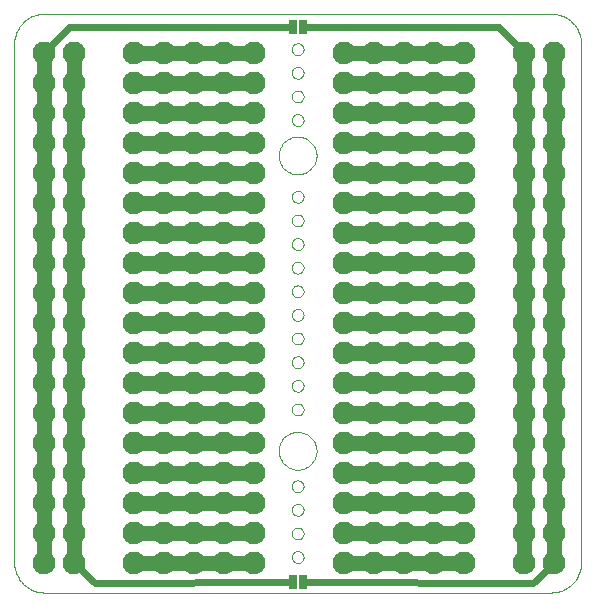
<source format=gbl>
G75*
%MOIN*%
%OFA0B0*%
%FSLAX24Y24*%
%IPPOS*%
%LPD*%
%AMOC8*
5,1,8,0,0,1.08239X$1,22.5*
%
%ADD10C,0.0000*%
%ADD11C,0.0760*%
%ADD12R,0.0250X0.0500*%
%ADD13C,0.0500*%
%ADD14C,0.0240*%
D10*
X002468Y001340D02*
X002468Y018631D01*
X002470Y018691D01*
X002475Y018752D01*
X002484Y018811D01*
X002497Y018870D01*
X002513Y018929D01*
X002533Y018986D01*
X002556Y019041D01*
X002583Y019096D01*
X002612Y019148D01*
X002645Y019199D01*
X002681Y019248D01*
X002719Y019294D01*
X002761Y019338D01*
X002805Y019380D01*
X002851Y019418D01*
X002900Y019454D01*
X002951Y019487D01*
X003003Y019516D01*
X003058Y019543D01*
X003113Y019566D01*
X003170Y019586D01*
X003229Y019602D01*
X003288Y019615D01*
X003347Y019624D01*
X003408Y019629D01*
X003468Y019631D01*
X020366Y019631D01*
X020426Y019629D01*
X020487Y019624D01*
X020546Y019615D01*
X020605Y019602D01*
X020664Y019586D01*
X020721Y019566D01*
X020776Y019543D01*
X020831Y019516D01*
X020883Y019487D01*
X020934Y019454D01*
X020983Y019418D01*
X021029Y019380D01*
X021073Y019338D01*
X021115Y019294D01*
X021153Y019248D01*
X021189Y019199D01*
X021222Y019148D01*
X021251Y019096D01*
X021278Y019041D01*
X021301Y018986D01*
X021321Y018929D01*
X021337Y018870D01*
X021350Y018811D01*
X021359Y018752D01*
X021364Y018691D01*
X021366Y018631D01*
X021366Y001340D01*
X021364Y001280D01*
X021359Y001219D01*
X021350Y001160D01*
X021337Y001101D01*
X021321Y001042D01*
X021301Y000985D01*
X021278Y000930D01*
X021251Y000875D01*
X021222Y000823D01*
X021189Y000772D01*
X021153Y000723D01*
X021115Y000677D01*
X021073Y000633D01*
X021029Y000591D01*
X020983Y000553D01*
X020934Y000517D01*
X020883Y000484D01*
X020831Y000455D01*
X020776Y000428D01*
X020721Y000405D01*
X020664Y000385D01*
X020605Y000369D01*
X020546Y000356D01*
X020487Y000347D01*
X020426Y000342D01*
X020366Y000340D01*
X003468Y000340D01*
X003408Y000342D01*
X003347Y000347D01*
X003288Y000356D01*
X003229Y000369D01*
X003170Y000385D01*
X003113Y000405D01*
X003058Y000428D01*
X003003Y000455D01*
X002951Y000484D01*
X002900Y000517D01*
X002851Y000553D01*
X002805Y000591D01*
X002761Y000633D01*
X002719Y000677D01*
X002681Y000723D01*
X002645Y000772D01*
X002612Y000823D01*
X002583Y000875D01*
X002556Y000930D01*
X002533Y000985D01*
X002513Y001042D01*
X002497Y001101D01*
X002484Y001160D01*
X002475Y001219D01*
X002470Y001280D01*
X002468Y001340D01*
X011720Y001521D02*
X011722Y001548D01*
X011728Y001575D01*
X011737Y001601D01*
X011750Y001625D01*
X011766Y001648D01*
X011785Y001667D01*
X011807Y001684D01*
X011831Y001698D01*
X011856Y001708D01*
X011883Y001715D01*
X011910Y001718D01*
X011938Y001717D01*
X011965Y001712D01*
X011991Y001704D01*
X012015Y001692D01*
X012038Y001676D01*
X012059Y001658D01*
X012076Y001637D01*
X012091Y001613D01*
X012102Y001588D01*
X012110Y001562D01*
X012114Y001535D01*
X012114Y001507D01*
X012110Y001480D01*
X012102Y001454D01*
X012091Y001429D01*
X012076Y001405D01*
X012059Y001384D01*
X012038Y001366D01*
X012016Y001350D01*
X011991Y001338D01*
X011965Y001330D01*
X011938Y001325D01*
X011910Y001324D01*
X011883Y001327D01*
X011856Y001334D01*
X011831Y001344D01*
X011807Y001358D01*
X011785Y001375D01*
X011766Y001394D01*
X011750Y001417D01*
X011737Y001441D01*
X011728Y001467D01*
X011722Y001494D01*
X011720Y001521D01*
X011720Y002309D02*
X011722Y002336D01*
X011728Y002363D01*
X011737Y002389D01*
X011750Y002413D01*
X011766Y002436D01*
X011785Y002455D01*
X011807Y002472D01*
X011831Y002486D01*
X011856Y002496D01*
X011883Y002503D01*
X011910Y002506D01*
X011938Y002505D01*
X011965Y002500D01*
X011991Y002492D01*
X012015Y002480D01*
X012038Y002464D01*
X012059Y002446D01*
X012076Y002425D01*
X012091Y002401D01*
X012102Y002376D01*
X012110Y002350D01*
X012114Y002323D01*
X012114Y002295D01*
X012110Y002268D01*
X012102Y002242D01*
X012091Y002217D01*
X012076Y002193D01*
X012059Y002172D01*
X012038Y002154D01*
X012016Y002138D01*
X011991Y002126D01*
X011965Y002118D01*
X011938Y002113D01*
X011910Y002112D01*
X011883Y002115D01*
X011856Y002122D01*
X011831Y002132D01*
X011807Y002146D01*
X011785Y002163D01*
X011766Y002182D01*
X011750Y002205D01*
X011737Y002229D01*
X011728Y002255D01*
X011722Y002282D01*
X011720Y002309D01*
X011720Y003096D02*
X011722Y003123D01*
X011728Y003150D01*
X011737Y003176D01*
X011750Y003200D01*
X011766Y003223D01*
X011785Y003242D01*
X011807Y003259D01*
X011831Y003273D01*
X011856Y003283D01*
X011883Y003290D01*
X011910Y003293D01*
X011938Y003292D01*
X011965Y003287D01*
X011991Y003279D01*
X012015Y003267D01*
X012038Y003251D01*
X012059Y003233D01*
X012076Y003212D01*
X012091Y003188D01*
X012102Y003163D01*
X012110Y003137D01*
X012114Y003110D01*
X012114Y003082D01*
X012110Y003055D01*
X012102Y003029D01*
X012091Y003004D01*
X012076Y002980D01*
X012059Y002959D01*
X012038Y002941D01*
X012016Y002925D01*
X011991Y002913D01*
X011965Y002905D01*
X011938Y002900D01*
X011910Y002899D01*
X011883Y002902D01*
X011856Y002909D01*
X011831Y002919D01*
X011807Y002933D01*
X011785Y002950D01*
X011766Y002969D01*
X011750Y002992D01*
X011737Y003016D01*
X011728Y003042D01*
X011722Y003069D01*
X011720Y003096D01*
X011720Y003883D02*
X011722Y003910D01*
X011728Y003937D01*
X011737Y003963D01*
X011750Y003987D01*
X011766Y004010D01*
X011785Y004029D01*
X011807Y004046D01*
X011831Y004060D01*
X011856Y004070D01*
X011883Y004077D01*
X011910Y004080D01*
X011938Y004079D01*
X011965Y004074D01*
X011991Y004066D01*
X012015Y004054D01*
X012038Y004038D01*
X012059Y004020D01*
X012076Y003999D01*
X012091Y003975D01*
X012102Y003950D01*
X012110Y003924D01*
X012114Y003897D01*
X012114Y003869D01*
X012110Y003842D01*
X012102Y003816D01*
X012091Y003791D01*
X012076Y003767D01*
X012059Y003746D01*
X012038Y003728D01*
X012016Y003712D01*
X011991Y003700D01*
X011965Y003692D01*
X011938Y003687D01*
X011910Y003686D01*
X011883Y003689D01*
X011856Y003696D01*
X011831Y003706D01*
X011807Y003720D01*
X011785Y003737D01*
X011766Y003756D01*
X011750Y003779D01*
X011737Y003803D01*
X011728Y003829D01*
X011722Y003856D01*
X011720Y003883D01*
X011287Y005064D02*
X011289Y005114D01*
X011295Y005164D01*
X011305Y005213D01*
X011319Y005261D01*
X011336Y005308D01*
X011357Y005353D01*
X011382Y005397D01*
X011410Y005438D01*
X011442Y005477D01*
X011476Y005514D01*
X011513Y005548D01*
X011553Y005578D01*
X011595Y005605D01*
X011639Y005629D01*
X011685Y005650D01*
X011732Y005666D01*
X011780Y005679D01*
X011830Y005688D01*
X011879Y005693D01*
X011930Y005694D01*
X011980Y005691D01*
X012029Y005684D01*
X012078Y005673D01*
X012126Y005658D01*
X012172Y005640D01*
X012217Y005618D01*
X012260Y005592D01*
X012301Y005563D01*
X012340Y005531D01*
X012376Y005496D01*
X012408Y005458D01*
X012438Y005418D01*
X012465Y005375D01*
X012488Y005331D01*
X012507Y005285D01*
X012523Y005237D01*
X012535Y005188D01*
X012543Y005139D01*
X012547Y005089D01*
X012547Y005039D01*
X012543Y004989D01*
X012535Y004940D01*
X012523Y004891D01*
X012507Y004843D01*
X012488Y004797D01*
X012465Y004753D01*
X012438Y004710D01*
X012408Y004670D01*
X012376Y004632D01*
X012340Y004597D01*
X012301Y004565D01*
X012260Y004536D01*
X012217Y004510D01*
X012172Y004488D01*
X012126Y004470D01*
X012078Y004455D01*
X012029Y004444D01*
X011980Y004437D01*
X011930Y004434D01*
X011879Y004435D01*
X011830Y004440D01*
X011780Y004449D01*
X011732Y004462D01*
X011685Y004478D01*
X011639Y004499D01*
X011595Y004523D01*
X011553Y004550D01*
X011513Y004580D01*
X011476Y004614D01*
X011442Y004651D01*
X011410Y004690D01*
X011382Y004731D01*
X011357Y004775D01*
X011336Y004820D01*
X011319Y004867D01*
X011305Y004915D01*
X011295Y004964D01*
X011289Y005014D01*
X011287Y005064D01*
X011720Y006442D02*
X011722Y006469D01*
X011728Y006496D01*
X011737Y006522D01*
X011750Y006546D01*
X011766Y006569D01*
X011785Y006588D01*
X011807Y006605D01*
X011831Y006619D01*
X011856Y006629D01*
X011883Y006636D01*
X011910Y006639D01*
X011938Y006638D01*
X011965Y006633D01*
X011991Y006625D01*
X012015Y006613D01*
X012038Y006597D01*
X012059Y006579D01*
X012076Y006558D01*
X012091Y006534D01*
X012102Y006509D01*
X012110Y006483D01*
X012114Y006456D01*
X012114Y006428D01*
X012110Y006401D01*
X012102Y006375D01*
X012091Y006350D01*
X012076Y006326D01*
X012059Y006305D01*
X012038Y006287D01*
X012016Y006271D01*
X011991Y006259D01*
X011965Y006251D01*
X011938Y006246D01*
X011910Y006245D01*
X011883Y006248D01*
X011856Y006255D01*
X011831Y006265D01*
X011807Y006279D01*
X011785Y006296D01*
X011766Y006315D01*
X011750Y006338D01*
X011737Y006362D01*
X011728Y006388D01*
X011722Y006415D01*
X011720Y006442D01*
X011720Y007230D02*
X011722Y007257D01*
X011728Y007284D01*
X011737Y007310D01*
X011750Y007334D01*
X011766Y007357D01*
X011785Y007376D01*
X011807Y007393D01*
X011831Y007407D01*
X011856Y007417D01*
X011883Y007424D01*
X011910Y007427D01*
X011938Y007426D01*
X011965Y007421D01*
X011991Y007413D01*
X012015Y007401D01*
X012038Y007385D01*
X012059Y007367D01*
X012076Y007346D01*
X012091Y007322D01*
X012102Y007297D01*
X012110Y007271D01*
X012114Y007244D01*
X012114Y007216D01*
X012110Y007189D01*
X012102Y007163D01*
X012091Y007138D01*
X012076Y007114D01*
X012059Y007093D01*
X012038Y007075D01*
X012016Y007059D01*
X011991Y007047D01*
X011965Y007039D01*
X011938Y007034D01*
X011910Y007033D01*
X011883Y007036D01*
X011856Y007043D01*
X011831Y007053D01*
X011807Y007067D01*
X011785Y007084D01*
X011766Y007103D01*
X011750Y007126D01*
X011737Y007150D01*
X011728Y007176D01*
X011722Y007203D01*
X011720Y007230D01*
X011720Y008017D02*
X011722Y008044D01*
X011728Y008071D01*
X011737Y008097D01*
X011750Y008121D01*
X011766Y008144D01*
X011785Y008163D01*
X011807Y008180D01*
X011831Y008194D01*
X011856Y008204D01*
X011883Y008211D01*
X011910Y008214D01*
X011938Y008213D01*
X011965Y008208D01*
X011991Y008200D01*
X012015Y008188D01*
X012038Y008172D01*
X012059Y008154D01*
X012076Y008133D01*
X012091Y008109D01*
X012102Y008084D01*
X012110Y008058D01*
X012114Y008031D01*
X012114Y008003D01*
X012110Y007976D01*
X012102Y007950D01*
X012091Y007925D01*
X012076Y007901D01*
X012059Y007880D01*
X012038Y007862D01*
X012016Y007846D01*
X011991Y007834D01*
X011965Y007826D01*
X011938Y007821D01*
X011910Y007820D01*
X011883Y007823D01*
X011856Y007830D01*
X011831Y007840D01*
X011807Y007854D01*
X011785Y007871D01*
X011766Y007890D01*
X011750Y007913D01*
X011737Y007937D01*
X011728Y007963D01*
X011722Y007990D01*
X011720Y008017D01*
X011720Y008805D02*
X011722Y008832D01*
X011728Y008859D01*
X011737Y008885D01*
X011750Y008909D01*
X011766Y008932D01*
X011785Y008951D01*
X011807Y008968D01*
X011831Y008982D01*
X011856Y008992D01*
X011883Y008999D01*
X011910Y009002D01*
X011938Y009001D01*
X011965Y008996D01*
X011991Y008988D01*
X012015Y008976D01*
X012038Y008960D01*
X012059Y008942D01*
X012076Y008921D01*
X012091Y008897D01*
X012102Y008872D01*
X012110Y008846D01*
X012114Y008819D01*
X012114Y008791D01*
X012110Y008764D01*
X012102Y008738D01*
X012091Y008713D01*
X012076Y008689D01*
X012059Y008668D01*
X012038Y008650D01*
X012016Y008634D01*
X011991Y008622D01*
X011965Y008614D01*
X011938Y008609D01*
X011910Y008608D01*
X011883Y008611D01*
X011856Y008618D01*
X011831Y008628D01*
X011807Y008642D01*
X011785Y008659D01*
X011766Y008678D01*
X011750Y008701D01*
X011737Y008725D01*
X011728Y008751D01*
X011722Y008778D01*
X011720Y008805D01*
X011720Y009592D02*
X011722Y009619D01*
X011728Y009646D01*
X011737Y009672D01*
X011750Y009696D01*
X011766Y009719D01*
X011785Y009738D01*
X011807Y009755D01*
X011831Y009769D01*
X011856Y009779D01*
X011883Y009786D01*
X011910Y009789D01*
X011938Y009788D01*
X011965Y009783D01*
X011991Y009775D01*
X012015Y009763D01*
X012038Y009747D01*
X012059Y009729D01*
X012076Y009708D01*
X012091Y009684D01*
X012102Y009659D01*
X012110Y009633D01*
X012114Y009606D01*
X012114Y009578D01*
X012110Y009551D01*
X012102Y009525D01*
X012091Y009500D01*
X012076Y009476D01*
X012059Y009455D01*
X012038Y009437D01*
X012016Y009421D01*
X011991Y009409D01*
X011965Y009401D01*
X011938Y009396D01*
X011910Y009395D01*
X011883Y009398D01*
X011856Y009405D01*
X011831Y009415D01*
X011807Y009429D01*
X011785Y009446D01*
X011766Y009465D01*
X011750Y009488D01*
X011737Y009512D01*
X011728Y009538D01*
X011722Y009565D01*
X011720Y009592D01*
X011720Y010379D02*
X011722Y010406D01*
X011728Y010433D01*
X011737Y010459D01*
X011750Y010483D01*
X011766Y010506D01*
X011785Y010525D01*
X011807Y010542D01*
X011831Y010556D01*
X011856Y010566D01*
X011883Y010573D01*
X011910Y010576D01*
X011938Y010575D01*
X011965Y010570D01*
X011991Y010562D01*
X012015Y010550D01*
X012038Y010534D01*
X012059Y010516D01*
X012076Y010495D01*
X012091Y010471D01*
X012102Y010446D01*
X012110Y010420D01*
X012114Y010393D01*
X012114Y010365D01*
X012110Y010338D01*
X012102Y010312D01*
X012091Y010287D01*
X012076Y010263D01*
X012059Y010242D01*
X012038Y010224D01*
X012016Y010208D01*
X011991Y010196D01*
X011965Y010188D01*
X011938Y010183D01*
X011910Y010182D01*
X011883Y010185D01*
X011856Y010192D01*
X011831Y010202D01*
X011807Y010216D01*
X011785Y010233D01*
X011766Y010252D01*
X011750Y010275D01*
X011737Y010299D01*
X011728Y010325D01*
X011722Y010352D01*
X011720Y010379D01*
X011720Y011167D02*
X011722Y011194D01*
X011728Y011221D01*
X011737Y011247D01*
X011750Y011271D01*
X011766Y011294D01*
X011785Y011313D01*
X011807Y011330D01*
X011831Y011344D01*
X011856Y011354D01*
X011883Y011361D01*
X011910Y011364D01*
X011938Y011363D01*
X011965Y011358D01*
X011991Y011350D01*
X012015Y011338D01*
X012038Y011322D01*
X012059Y011304D01*
X012076Y011283D01*
X012091Y011259D01*
X012102Y011234D01*
X012110Y011208D01*
X012114Y011181D01*
X012114Y011153D01*
X012110Y011126D01*
X012102Y011100D01*
X012091Y011075D01*
X012076Y011051D01*
X012059Y011030D01*
X012038Y011012D01*
X012016Y010996D01*
X011991Y010984D01*
X011965Y010976D01*
X011938Y010971D01*
X011910Y010970D01*
X011883Y010973D01*
X011856Y010980D01*
X011831Y010990D01*
X011807Y011004D01*
X011785Y011021D01*
X011766Y011040D01*
X011750Y011063D01*
X011737Y011087D01*
X011728Y011113D01*
X011722Y011140D01*
X011720Y011167D01*
X011720Y011954D02*
X011722Y011981D01*
X011728Y012008D01*
X011737Y012034D01*
X011750Y012058D01*
X011766Y012081D01*
X011785Y012100D01*
X011807Y012117D01*
X011831Y012131D01*
X011856Y012141D01*
X011883Y012148D01*
X011910Y012151D01*
X011938Y012150D01*
X011965Y012145D01*
X011991Y012137D01*
X012015Y012125D01*
X012038Y012109D01*
X012059Y012091D01*
X012076Y012070D01*
X012091Y012046D01*
X012102Y012021D01*
X012110Y011995D01*
X012114Y011968D01*
X012114Y011940D01*
X012110Y011913D01*
X012102Y011887D01*
X012091Y011862D01*
X012076Y011838D01*
X012059Y011817D01*
X012038Y011799D01*
X012016Y011783D01*
X011991Y011771D01*
X011965Y011763D01*
X011938Y011758D01*
X011910Y011757D01*
X011883Y011760D01*
X011856Y011767D01*
X011831Y011777D01*
X011807Y011791D01*
X011785Y011808D01*
X011766Y011827D01*
X011750Y011850D01*
X011737Y011874D01*
X011728Y011900D01*
X011722Y011927D01*
X011720Y011954D01*
X011720Y012742D02*
X011722Y012769D01*
X011728Y012796D01*
X011737Y012822D01*
X011750Y012846D01*
X011766Y012869D01*
X011785Y012888D01*
X011807Y012905D01*
X011831Y012919D01*
X011856Y012929D01*
X011883Y012936D01*
X011910Y012939D01*
X011938Y012938D01*
X011965Y012933D01*
X011991Y012925D01*
X012015Y012913D01*
X012038Y012897D01*
X012059Y012879D01*
X012076Y012858D01*
X012091Y012834D01*
X012102Y012809D01*
X012110Y012783D01*
X012114Y012756D01*
X012114Y012728D01*
X012110Y012701D01*
X012102Y012675D01*
X012091Y012650D01*
X012076Y012626D01*
X012059Y012605D01*
X012038Y012587D01*
X012016Y012571D01*
X011991Y012559D01*
X011965Y012551D01*
X011938Y012546D01*
X011910Y012545D01*
X011883Y012548D01*
X011856Y012555D01*
X011831Y012565D01*
X011807Y012579D01*
X011785Y012596D01*
X011766Y012615D01*
X011750Y012638D01*
X011737Y012662D01*
X011728Y012688D01*
X011722Y012715D01*
X011720Y012742D01*
X011720Y013529D02*
X011722Y013556D01*
X011728Y013583D01*
X011737Y013609D01*
X011750Y013633D01*
X011766Y013656D01*
X011785Y013675D01*
X011807Y013692D01*
X011831Y013706D01*
X011856Y013716D01*
X011883Y013723D01*
X011910Y013726D01*
X011938Y013725D01*
X011965Y013720D01*
X011991Y013712D01*
X012015Y013700D01*
X012038Y013684D01*
X012059Y013666D01*
X012076Y013645D01*
X012091Y013621D01*
X012102Y013596D01*
X012110Y013570D01*
X012114Y013543D01*
X012114Y013515D01*
X012110Y013488D01*
X012102Y013462D01*
X012091Y013437D01*
X012076Y013413D01*
X012059Y013392D01*
X012038Y013374D01*
X012016Y013358D01*
X011991Y013346D01*
X011965Y013338D01*
X011938Y013333D01*
X011910Y013332D01*
X011883Y013335D01*
X011856Y013342D01*
X011831Y013352D01*
X011807Y013366D01*
X011785Y013383D01*
X011766Y013402D01*
X011750Y013425D01*
X011737Y013449D01*
X011728Y013475D01*
X011722Y013502D01*
X011720Y013529D01*
X011287Y014907D02*
X011289Y014957D01*
X011295Y015007D01*
X011305Y015056D01*
X011319Y015104D01*
X011336Y015151D01*
X011357Y015196D01*
X011382Y015240D01*
X011410Y015281D01*
X011442Y015320D01*
X011476Y015357D01*
X011513Y015391D01*
X011553Y015421D01*
X011595Y015448D01*
X011639Y015472D01*
X011685Y015493D01*
X011732Y015509D01*
X011780Y015522D01*
X011830Y015531D01*
X011879Y015536D01*
X011930Y015537D01*
X011980Y015534D01*
X012029Y015527D01*
X012078Y015516D01*
X012126Y015501D01*
X012172Y015483D01*
X012217Y015461D01*
X012260Y015435D01*
X012301Y015406D01*
X012340Y015374D01*
X012376Y015339D01*
X012408Y015301D01*
X012438Y015261D01*
X012465Y015218D01*
X012488Y015174D01*
X012507Y015128D01*
X012523Y015080D01*
X012535Y015031D01*
X012543Y014982D01*
X012547Y014932D01*
X012547Y014882D01*
X012543Y014832D01*
X012535Y014783D01*
X012523Y014734D01*
X012507Y014686D01*
X012488Y014640D01*
X012465Y014596D01*
X012438Y014553D01*
X012408Y014513D01*
X012376Y014475D01*
X012340Y014440D01*
X012301Y014408D01*
X012260Y014379D01*
X012217Y014353D01*
X012172Y014331D01*
X012126Y014313D01*
X012078Y014298D01*
X012029Y014287D01*
X011980Y014280D01*
X011930Y014277D01*
X011879Y014278D01*
X011830Y014283D01*
X011780Y014292D01*
X011732Y014305D01*
X011685Y014321D01*
X011639Y014342D01*
X011595Y014366D01*
X011553Y014393D01*
X011513Y014423D01*
X011476Y014457D01*
X011442Y014494D01*
X011410Y014533D01*
X011382Y014574D01*
X011357Y014618D01*
X011336Y014663D01*
X011319Y014710D01*
X011305Y014758D01*
X011295Y014807D01*
X011289Y014857D01*
X011287Y014907D01*
X011720Y016088D02*
X011722Y016115D01*
X011728Y016142D01*
X011737Y016168D01*
X011750Y016192D01*
X011766Y016215D01*
X011785Y016234D01*
X011807Y016251D01*
X011831Y016265D01*
X011856Y016275D01*
X011883Y016282D01*
X011910Y016285D01*
X011938Y016284D01*
X011965Y016279D01*
X011991Y016271D01*
X012015Y016259D01*
X012038Y016243D01*
X012059Y016225D01*
X012076Y016204D01*
X012091Y016180D01*
X012102Y016155D01*
X012110Y016129D01*
X012114Y016102D01*
X012114Y016074D01*
X012110Y016047D01*
X012102Y016021D01*
X012091Y015996D01*
X012076Y015972D01*
X012059Y015951D01*
X012038Y015933D01*
X012016Y015917D01*
X011991Y015905D01*
X011965Y015897D01*
X011938Y015892D01*
X011910Y015891D01*
X011883Y015894D01*
X011856Y015901D01*
X011831Y015911D01*
X011807Y015925D01*
X011785Y015942D01*
X011766Y015961D01*
X011750Y015984D01*
X011737Y016008D01*
X011728Y016034D01*
X011722Y016061D01*
X011720Y016088D01*
X011720Y016875D02*
X011722Y016902D01*
X011728Y016929D01*
X011737Y016955D01*
X011750Y016979D01*
X011766Y017002D01*
X011785Y017021D01*
X011807Y017038D01*
X011831Y017052D01*
X011856Y017062D01*
X011883Y017069D01*
X011910Y017072D01*
X011938Y017071D01*
X011965Y017066D01*
X011991Y017058D01*
X012015Y017046D01*
X012038Y017030D01*
X012059Y017012D01*
X012076Y016991D01*
X012091Y016967D01*
X012102Y016942D01*
X012110Y016916D01*
X012114Y016889D01*
X012114Y016861D01*
X012110Y016834D01*
X012102Y016808D01*
X012091Y016783D01*
X012076Y016759D01*
X012059Y016738D01*
X012038Y016720D01*
X012016Y016704D01*
X011991Y016692D01*
X011965Y016684D01*
X011938Y016679D01*
X011910Y016678D01*
X011883Y016681D01*
X011856Y016688D01*
X011831Y016698D01*
X011807Y016712D01*
X011785Y016729D01*
X011766Y016748D01*
X011750Y016771D01*
X011737Y016795D01*
X011728Y016821D01*
X011722Y016848D01*
X011720Y016875D01*
X011720Y017663D02*
X011722Y017690D01*
X011728Y017717D01*
X011737Y017743D01*
X011750Y017767D01*
X011766Y017790D01*
X011785Y017809D01*
X011807Y017826D01*
X011831Y017840D01*
X011856Y017850D01*
X011883Y017857D01*
X011910Y017860D01*
X011938Y017859D01*
X011965Y017854D01*
X011991Y017846D01*
X012015Y017834D01*
X012038Y017818D01*
X012059Y017800D01*
X012076Y017779D01*
X012091Y017755D01*
X012102Y017730D01*
X012110Y017704D01*
X012114Y017677D01*
X012114Y017649D01*
X012110Y017622D01*
X012102Y017596D01*
X012091Y017571D01*
X012076Y017547D01*
X012059Y017526D01*
X012038Y017508D01*
X012016Y017492D01*
X011991Y017480D01*
X011965Y017472D01*
X011938Y017467D01*
X011910Y017466D01*
X011883Y017469D01*
X011856Y017476D01*
X011831Y017486D01*
X011807Y017500D01*
X011785Y017517D01*
X011766Y017536D01*
X011750Y017559D01*
X011737Y017583D01*
X011728Y017609D01*
X011722Y017636D01*
X011720Y017663D01*
X011720Y018450D02*
X011722Y018477D01*
X011728Y018504D01*
X011737Y018530D01*
X011750Y018554D01*
X011766Y018577D01*
X011785Y018596D01*
X011807Y018613D01*
X011831Y018627D01*
X011856Y018637D01*
X011883Y018644D01*
X011910Y018647D01*
X011938Y018646D01*
X011965Y018641D01*
X011991Y018633D01*
X012015Y018621D01*
X012038Y018605D01*
X012059Y018587D01*
X012076Y018566D01*
X012091Y018542D01*
X012102Y018517D01*
X012110Y018491D01*
X012114Y018464D01*
X012114Y018436D01*
X012110Y018409D01*
X012102Y018383D01*
X012091Y018358D01*
X012076Y018334D01*
X012059Y018313D01*
X012038Y018295D01*
X012016Y018279D01*
X011991Y018267D01*
X011965Y018259D01*
X011938Y018254D01*
X011910Y018253D01*
X011883Y018256D01*
X011856Y018263D01*
X011831Y018273D01*
X011807Y018287D01*
X011785Y018304D01*
X011766Y018323D01*
X011750Y018346D01*
X011737Y018370D01*
X011728Y018396D01*
X011722Y018423D01*
X011720Y018450D01*
D11*
X010468Y018340D03*
X009468Y018340D03*
X008468Y018340D03*
X007468Y018340D03*
X006468Y018340D03*
X006468Y017340D03*
X006468Y016340D03*
X007468Y016340D03*
X007468Y017340D03*
X008468Y017340D03*
X008468Y016340D03*
X009468Y016340D03*
X009468Y017340D03*
X010468Y017340D03*
X010468Y016340D03*
X010468Y015340D03*
X009468Y015340D03*
X008468Y015340D03*
X008468Y014340D03*
X009468Y014340D03*
X010468Y014340D03*
X010468Y013340D03*
X009468Y013340D03*
X008468Y013340D03*
X007468Y013340D03*
X006468Y013340D03*
X006468Y012340D03*
X006468Y011340D03*
X006468Y011340D03*
X006468Y011340D03*
X007468Y011340D03*
X007468Y011340D03*
X007468Y012340D03*
X008468Y012340D03*
X008468Y011340D03*
X009468Y011340D03*
X009468Y012340D03*
X010468Y012340D03*
X010468Y011340D03*
X010468Y010340D03*
X009468Y010340D03*
X008468Y010340D03*
X008468Y009340D03*
X009468Y009340D03*
X010468Y009340D03*
X010468Y008340D03*
X009468Y008340D03*
X008468Y008340D03*
X007468Y008340D03*
X006468Y008340D03*
X006468Y007340D03*
X006468Y006340D03*
X007468Y006340D03*
X007468Y007340D03*
X008468Y007340D03*
X008468Y006340D03*
X009468Y006340D03*
X009468Y007340D03*
X010468Y007340D03*
X010468Y006340D03*
X010468Y005340D03*
X009468Y005340D03*
X008468Y005340D03*
X007468Y005340D03*
X006468Y005340D03*
X006468Y004340D03*
X006468Y003340D03*
X007468Y003340D03*
X007468Y004340D03*
X008468Y004340D03*
X008468Y003340D03*
X009468Y003340D03*
X009468Y004340D03*
X010468Y004340D03*
X010468Y003340D03*
X010468Y002340D03*
X009468Y002340D03*
X008468Y002340D03*
X008468Y001340D03*
X009468Y001340D03*
X010468Y001340D03*
X007468Y001340D03*
X006468Y001340D03*
X006468Y002340D03*
X007468Y002340D03*
X004468Y002340D03*
X004468Y001340D03*
X003468Y001340D03*
X003468Y002340D03*
X003468Y003340D03*
X003468Y004340D03*
X003468Y005340D03*
X003468Y006340D03*
X003468Y007340D03*
X003468Y008340D03*
X003468Y009340D03*
X003468Y010340D03*
X003468Y011340D03*
X003468Y012340D03*
X003468Y013340D03*
X003468Y014340D03*
X003468Y015340D03*
X003468Y016340D03*
X003468Y017340D03*
X003468Y018340D03*
X004468Y018340D03*
X004468Y017340D03*
X004468Y016340D03*
X004468Y015340D03*
X004468Y014340D03*
X004468Y013340D03*
X004468Y012340D03*
X004468Y011340D03*
X004468Y010340D03*
X004468Y009340D03*
X004468Y008340D03*
X004468Y007340D03*
X004468Y006340D03*
X004468Y005340D03*
X004468Y004340D03*
X004468Y003340D03*
X006468Y009340D03*
X006468Y010340D03*
X007468Y010340D03*
X007468Y009340D03*
X007468Y014340D03*
X006468Y014340D03*
X006468Y015340D03*
X007468Y015340D03*
X013468Y015340D03*
X013468Y014340D03*
X014468Y014340D03*
X014468Y015340D03*
X015468Y015340D03*
X015468Y014340D03*
X015468Y013340D03*
X014468Y013340D03*
X013468Y013340D03*
X013468Y012340D03*
X013468Y011340D03*
X014468Y011340D03*
X014468Y012340D03*
X015468Y012340D03*
X015468Y011340D03*
X015468Y010340D03*
X014468Y010340D03*
X013468Y010340D03*
X013468Y009340D03*
X014468Y009340D03*
X015468Y009340D03*
X015468Y008340D03*
X014468Y008340D03*
X013468Y008340D03*
X013468Y007340D03*
X013468Y006340D03*
X014468Y006340D03*
X014468Y007340D03*
X015468Y007340D03*
X015468Y006340D03*
X015468Y005340D03*
X014468Y005340D03*
X014468Y005340D03*
X013468Y005340D03*
X013468Y004340D03*
X013468Y003340D03*
X014468Y003340D03*
X014468Y004340D03*
X015468Y004340D03*
X015468Y003340D03*
X015468Y002340D03*
X014468Y002340D03*
X013468Y002340D03*
X013468Y001340D03*
X014468Y001340D03*
X015468Y001340D03*
X016468Y001340D03*
X016468Y002340D03*
X017468Y002340D03*
X017468Y001340D03*
X017468Y003340D03*
X016468Y003340D03*
X016468Y004340D03*
X017468Y004340D03*
X017468Y005340D03*
X016468Y005340D03*
X016468Y006340D03*
X016468Y006340D03*
X016468Y007340D03*
X017468Y007340D03*
X017468Y006340D03*
X017468Y008340D03*
X016468Y008340D03*
X016468Y009340D03*
X016468Y010340D03*
X017468Y010340D03*
X017468Y009340D03*
X017468Y011340D03*
X016468Y011340D03*
X016468Y012340D03*
X017468Y012340D03*
X017468Y013340D03*
X016468Y013340D03*
X016468Y014340D03*
X016468Y015340D03*
X017468Y015340D03*
X017468Y014340D03*
X017468Y016340D03*
X016468Y016340D03*
X016468Y017340D03*
X017468Y017340D03*
X017468Y018340D03*
X016468Y018340D03*
X015468Y018340D03*
X014468Y018340D03*
X013468Y018340D03*
X013468Y017340D03*
X013468Y016340D03*
X014468Y016340D03*
X014468Y017340D03*
X015468Y017340D03*
X015468Y016340D03*
X019468Y016340D03*
X019468Y017340D03*
X020468Y017340D03*
X020468Y016340D03*
X020468Y015340D03*
X019468Y015340D03*
X019468Y014340D03*
X020468Y014340D03*
X020468Y013340D03*
X019468Y013340D03*
X019468Y012340D03*
X019468Y011340D03*
X020468Y011340D03*
X020468Y012340D03*
X020468Y010340D03*
X019468Y010340D03*
X019468Y009340D03*
X020468Y009340D03*
X020468Y008340D03*
X019468Y008340D03*
X019468Y007340D03*
X019468Y006340D03*
X020468Y006340D03*
X020468Y007340D03*
X020468Y005340D03*
X019468Y005340D03*
X019468Y004340D03*
X019468Y003340D03*
X020468Y003340D03*
X020468Y004340D03*
X020468Y002340D03*
X019468Y002340D03*
X019468Y001340D03*
X020468Y001340D03*
X020468Y018340D03*
X019468Y018340D03*
D12*
X012105Y019177D03*
X011751Y019177D03*
X011752Y000706D03*
X012107Y000706D03*
D13*
X013468Y001340D02*
X014468Y001340D01*
X015468Y001340D01*
X016468Y001340D01*
X017468Y001340D01*
X017468Y002340D02*
X016468Y002340D01*
X015468Y002340D01*
X014468Y002340D01*
X013468Y002340D01*
X013468Y003340D02*
X014468Y003340D01*
X015468Y003340D01*
X016468Y003340D01*
X017468Y003340D01*
X017468Y004340D02*
X016468Y004340D01*
X015468Y004340D01*
X014468Y004340D01*
X013468Y004340D01*
X013468Y005340D02*
X014468Y005340D01*
X015468Y005340D01*
X016468Y005340D01*
X017468Y005340D01*
X017468Y006340D02*
X016468Y006340D01*
X015468Y006340D01*
X014468Y006340D01*
X013468Y006340D01*
X013468Y007340D02*
X014468Y007340D01*
X015468Y007340D01*
X016468Y007340D01*
X017468Y007340D01*
X017468Y008340D02*
X016468Y008340D01*
X015468Y008340D01*
X014468Y008340D01*
X013468Y008340D01*
X013468Y009340D02*
X014468Y009340D01*
X015468Y009340D01*
X016468Y009340D01*
X017468Y009340D01*
X017468Y010340D02*
X016468Y010340D01*
X015468Y010340D01*
X014468Y010340D01*
X013468Y010340D01*
X013468Y011340D02*
X014468Y011340D01*
X015468Y011340D01*
X016468Y011340D01*
X017468Y011340D01*
X017468Y012340D02*
X016468Y012340D01*
X015468Y012340D01*
X014468Y012340D01*
X013468Y012340D01*
X013468Y013340D02*
X014468Y013340D01*
X015468Y013340D01*
X016468Y013340D01*
X017468Y013340D01*
X017468Y014340D02*
X016468Y014340D01*
X015468Y014340D01*
X014468Y014340D01*
X013468Y014340D01*
X013468Y015340D02*
X014468Y015340D01*
X015468Y015340D01*
X016468Y015340D01*
X017468Y015340D01*
X017468Y016340D02*
X016468Y016340D01*
X015468Y016340D01*
X014468Y016340D01*
X013468Y016340D01*
X013468Y017340D02*
X014468Y017340D01*
X015468Y017340D01*
X016468Y017340D01*
X017468Y017340D01*
X017468Y018340D02*
X016468Y018340D01*
X015468Y018340D01*
X014468Y018340D01*
X013468Y018340D01*
X010468Y018340D02*
X009468Y018340D01*
X008468Y018340D01*
X007468Y018340D01*
X006468Y018340D01*
X006468Y017340D02*
X007468Y017340D01*
X008468Y017340D01*
X009468Y017340D01*
X010468Y017340D01*
X010468Y016340D02*
X009468Y016340D01*
X008468Y016340D01*
X007468Y016340D01*
X006468Y016340D01*
X006468Y015340D02*
X007468Y015340D01*
X008468Y015340D01*
X009468Y015340D01*
X010468Y015340D01*
X010468Y014340D02*
X009468Y014340D01*
X008468Y014340D01*
X007468Y014340D01*
X006468Y014340D01*
X006468Y013340D02*
X007468Y013340D01*
X008468Y013340D01*
X009468Y013340D01*
X010468Y013340D01*
X010468Y012340D02*
X009468Y012340D01*
X008468Y012340D01*
X007468Y012340D01*
X006468Y012340D01*
X006468Y011340D02*
X007468Y011340D01*
X008468Y011340D01*
X009468Y011340D01*
X010468Y011340D01*
X010468Y010340D02*
X009468Y010340D01*
X008468Y010340D01*
X007468Y010340D01*
X006468Y010340D01*
X006468Y009340D02*
X007468Y009340D01*
X008468Y009340D01*
X009468Y009340D01*
X010468Y009340D01*
X010468Y008340D02*
X009468Y008340D01*
X008468Y008340D01*
X007468Y008340D01*
X006468Y008340D01*
X006468Y007340D02*
X007468Y007340D01*
X008468Y007340D01*
X009468Y007340D01*
X010468Y007340D01*
X010468Y006340D02*
X009468Y006340D01*
X008468Y006340D01*
X007468Y006340D01*
X006468Y006340D01*
X006468Y005340D02*
X007468Y005340D01*
X008468Y005340D01*
X009468Y005340D01*
X010468Y005340D01*
X010468Y004340D02*
X009468Y004340D01*
X008468Y004340D01*
X007468Y004340D01*
X006468Y004340D01*
X006468Y003340D02*
X007468Y003340D01*
X008468Y003340D01*
X009468Y003340D01*
X010468Y003340D01*
X010468Y002340D02*
X009468Y002340D01*
X008468Y002340D01*
X007468Y002340D01*
X006468Y002340D01*
X006468Y001340D02*
X007468Y001340D01*
X008468Y001340D01*
X009468Y001340D01*
X010468Y001340D01*
X004468Y001340D02*
X004468Y002340D01*
X004468Y003340D01*
X004468Y004340D01*
X004468Y005340D01*
X004468Y006340D01*
X004468Y007340D01*
X004468Y008340D01*
X004468Y009340D01*
X004468Y010340D01*
X004468Y011340D01*
X004468Y012340D01*
X004468Y013340D01*
X004468Y014340D01*
X004468Y015340D01*
X004468Y016340D01*
X004468Y017340D01*
X004468Y018340D01*
X003468Y018340D02*
X003468Y017340D01*
X003468Y016340D01*
X003468Y015340D01*
X003468Y014340D01*
X003468Y013340D01*
X003468Y012340D01*
X003468Y011340D01*
X003468Y010340D01*
X003468Y009340D01*
X003468Y008340D01*
X003468Y007340D01*
X003468Y006340D01*
X003468Y005340D01*
X003468Y004340D01*
X003468Y003340D01*
X003468Y002340D01*
X003468Y001340D01*
X019468Y001340D02*
X019468Y002340D01*
X019468Y003340D01*
X019468Y004340D01*
X019468Y005340D01*
X019468Y006340D01*
X019468Y007340D01*
X019468Y008340D01*
X019468Y009340D01*
X019468Y010340D01*
X019468Y011340D01*
X019468Y012340D01*
X019468Y013340D01*
X019468Y014340D01*
X019468Y015340D01*
X019468Y016340D01*
X019468Y017340D01*
X019468Y018340D01*
X020468Y018340D02*
X020468Y017340D01*
X020468Y016340D01*
X020468Y015340D01*
X020468Y014340D01*
X020468Y013340D01*
X020468Y012340D01*
X020468Y011340D01*
X020468Y010340D01*
X020468Y009340D01*
X020468Y008340D01*
X020468Y007340D01*
X020468Y006340D01*
X020468Y005340D01*
X020468Y004340D01*
X020468Y003340D01*
X020468Y002340D01*
X020468Y001340D01*
D14*
X019774Y000646D01*
X012107Y000706D01*
X011752Y000706D02*
X005162Y000646D01*
X004468Y001340D01*
X003468Y018340D02*
X004305Y019177D01*
X011751Y019177D01*
X012105Y019177D02*
X018631Y019177D01*
X019468Y018340D01*
M02*

</source>
